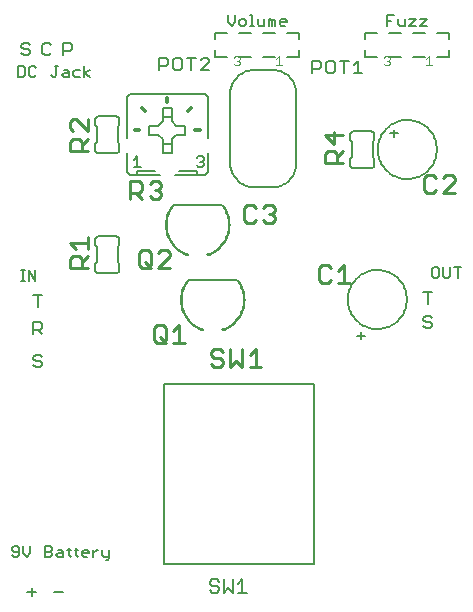
<source format=gto>
G75*
G70*
%OFA0B0*%
%FSLAX24Y24*%
%IPPOS*%
%LPD*%
%AMOC8*
5,1,8,0,0,1.08239X$1,22.5*
%
%ADD10C,0.0110*%
%ADD11C,0.0080*%
%ADD12C,0.0060*%
%ADD13C,0.0010*%
%ADD14C,0.0050*%
%ADD15C,0.0030*%
%ADD16C,0.0120*%
D10*
X007454Y008057D02*
X007356Y008155D01*
X007454Y008057D02*
X007651Y008057D01*
X007749Y008155D01*
X007749Y008253D01*
X007651Y008352D01*
X007454Y008352D01*
X007356Y008450D01*
X007356Y008549D01*
X007454Y008647D01*
X007651Y008647D01*
X007749Y008549D01*
X008000Y008647D02*
X008000Y008057D01*
X008197Y008253D01*
X008394Y008057D01*
X008394Y008647D01*
X008645Y008450D02*
X008842Y008647D01*
X008842Y008057D01*
X008645Y008057D02*
X009039Y008057D01*
X006494Y008857D02*
X006100Y008857D01*
X006297Y008857D02*
X006297Y009447D01*
X006100Y009250D01*
X005849Y009349D02*
X005849Y008955D01*
X005751Y008857D01*
X005554Y008857D01*
X005456Y008955D01*
X005456Y009349D01*
X005554Y009447D01*
X005751Y009447D01*
X005849Y009349D01*
X005653Y009053D02*
X005849Y008857D01*
X005994Y011357D02*
X005600Y011357D01*
X005994Y011750D01*
X005994Y011849D01*
X005896Y011947D01*
X005699Y011947D01*
X005600Y011849D01*
X005349Y011849D02*
X005349Y011455D01*
X005251Y011357D01*
X005054Y011357D01*
X004956Y011455D01*
X004956Y011849D01*
X005054Y011947D01*
X005251Y011947D01*
X005349Y011849D01*
X005153Y011553D02*
X005349Y011357D01*
X003246Y011357D02*
X002655Y011357D01*
X002655Y011652D01*
X002754Y011750D01*
X002951Y011750D01*
X003049Y011652D01*
X003049Y011357D01*
X003049Y011553D02*
X003246Y011750D01*
X003246Y012001D02*
X003246Y012395D01*
X003246Y012198D02*
X002655Y012198D01*
X002852Y012001D01*
X004667Y013657D02*
X004667Y014247D01*
X004962Y014247D01*
X005060Y014149D01*
X005060Y013952D01*
X004962Y013853D01*
X004667Y013853D01*
X004864Y013853D02*
X005060Y013657D01*
X005311Y013755D02*
X005410Y013657D01*
X005606Y013657D01*
X005705Y013755D01*
X005705Y013853D01*
X005606Y013952D01*
X005508Y013952D01*
X005606Y013952D02*
X005705Y014050D01*
X005705Y014149D01*
X005606Y014247D01*
X005410Y014247D01*
X005311Y014149D01*
X003246Y015267D02*
X002655Y015267D01*
X002655Y015563D01*
X002754Y015661D01*
X002951Y015661D01*
X003049Y015563D01*
X003049Y015267D01*
X003049Y015464D02*
X003246Y015661D01*
X003246Y015912D02*
X002852Y016306D01*
X002754Y016306D01*
X002655Y016207D01*
X002655Y016010D01*
X002754Y015912D01*
X003246Y015912D02*
X003246Y016306D01*
X008456Y013349D02*
X008456Y012955D01*
X008554Y012857D01*
X008751Y012857D01*
X008849Y012955D01*
X009100Y012955D02*
X009199Y012857D01*
X009396Y012857D01*
X009494Y012955D01*
X009494Y013053D01*
X009396Y013152D01*
X009297Y013152D01*
X009396Y013152D02*
X009494Y013250D01*
X009494Y013349D01*
X009396Y013447D01*
X009199Y013447D01*
X009100Y013349D01*
X008849Y013349D02*
X008751Y013447D01*
X008554Y013447D01*
X008456Y013349D01*
X010956Y011349D02*
X010956Y010955D01*
X011054Y010857D01*
X011251Y010857D01*
X011349Y010955D01*
X011600Y010857D02*
X011994Y010857D01*
X011797Y010857D02*
X011797Y011447D01*
X011600Y011250D01*
X011349Y011349D02*
X011251Y011447D01*
X011054Y011447D01*
X010956Y011349D01*
X014456Y013955D02*
X014554Y013857D01*
X014751Y013857D01*
X014849Y013955D01*
X015100Y013857D02*
X015494Y014250D01*
X015494Y014349D01*
X015396Y014447D01*
X015199Y014447D01*
X015100Y014349D01*
X014849Y014349D02*
X014751Y014447D01*
X014554Y014447D01*
X014456Y014349D01*
X014456Y013955D01*
X015100Y013857D02*
X015494Y013857D01*
X011746Y014857D02*
X011155Y014857D01*
X011155Y015152D01*
X011254Y015250D01*
X011451Y015250D01*
X011549Y015152D01*
X011549Y014857D01*
X011549Y015053D02*
X011746Y015250D01*
X011451Y015501D02*
X011451Y015895D01*
X011746Y015796D02*
X011155Y015796D01*
X011451Y015501D01*
D11*
X001521Y000552D02*
X001241Y000552D01*
X001381Y000692D02*
X001381Y000412D01*
X002141Y000552D02*
X002421Y000552D01*
X001651Y008042D02*
X001511Y008042D01*
X001441Y008112D01*
X001511Y008252D02*
X001651Y008252D01*
X001721Y008182D01*
X001721Y008112D01*
X001651Y008042D01*
X001511Y008252D02*
X001441Y008322D01*
X001441Y008392D01*
X001511Y008462D01*
X001651Y008462D01*
X001721Y008392D01*
X001721Y009142D02*
X001581Y009282D01*
X001651Y009282D02*
X001441Y009282D01*
X001441Y009142D02*
X001441Y009562D01*
X001651Y009562D01*
X001721Y009492D01*
X001721Y009352D01*
X001651Y009282D01*
X001581Y010042D02*
X001581Y010462D01*
X001441Y010462D02*
X001721Y010462D01*
X005641Y017942D02*
X005641Y018362D01*
X005851Y018362D01*
X005921Y018292D01*
X005921Y018152D01*
X005851Y018082D01*
X005641Y018082D01*
X006101Y018012D02*
X006171Y017942D01*
X006311Y017942D01*
X006381Y018012D01*
X006381Y018292D01*
X006311Y018362D01*
X006171Y018362D01*
X006101Y018292D01*
X006101Y018012D01*
X006561Y018362D02*
X006842Y018362D01*
X006702Y018362D02*
X006702Y017942D01*
X007022Y017942D02*
X007302Y018222D01*
X007302Y018292D01*
X007232Y018362D01*
X007092Y018362D01*
X007022Y018292D01*
X007022Y017942D02*
X007302Y017942D01*
X010741Y017982D02*
X010951Y017982D01*
X011021Y018052D01*
X011021Y018192D01*
X010951Y018262D01*
X010741Y018262D01*
X010741Y017842D01*
X011201Y017912D02*
X011271Y017842D01*
X011411Y017842D01*
X011481Y017912D01*
X011481Y018192D01*
X011411Y018262D01*
X011271Y018262D01*
X011201Y018192D01*
X011201Y017912D01*
X011661Y018262D02*
X011942Y018262D01*
X011802Y018262D02*
X011802Y017842D01*
X012122Y017842D02*
X012402Y017842D01*
X012262Y017842D02*
X012262Y018262D01*
X012122Y018122D01*
X014441Y010562D02*
X014721Y010562D01*
X014581Y010562D02*
X014581Y010142D01*
X014651Y009762D02*
X014511Y009762D01*
X014441Y009692D01*
X014441Y009622D01*
X014511Y009552D01*
X014651Y009552D01*
X014721Y009482D01*
X014721Y009412D01*
X014651Y009342D01*
X014511Y009342D01*
X014441Y009412D01*
X014721Y009692D02*
X014651Y009762D01*
X002721Y018652D02*
X002651Y018582D01*
X002441Y018582D01*
X002441Y018442D02*
X002441Y018862D01*
X002651Y018862D01*
X002721Y018792D01*
X002721Y018652D01*
X002021Y018792D02*
X001951Y018862D01*
X001811Y018862D01*
X001741Y018792D01*
X001741Y018512D01*
X001811Y018442D01*
X001951Y018442D01*
X002021Y018512D01*
X001321Y018512D02*
X001251Y018442D01*
X001111Y018442D01*
X001041Y018512D01*
X001111Y018652D02*
X001041Y018722D01*
X001041Y018792D01*
X001111Y018862D01*
X001251Y018862D01*
X001321Y018792D01*
X001251Y018652D02*
X001321Y018582D01*
X001321Y018512D01*
X001251Y018652D02*
X001111Y018652D01*
D12*
X001101Y018072D02*
X000931Y018072D01*
X000931Y017732D01*
X001101Y017732D01*
X001158Y017788D01*
X001158Y018015D01*
X001101Y018072D01*
X001299Y018015D02*
X001299Y017788D01*
X001356Y017732D01*
X001469Y017732D01*
X001526Y017788D01*
X001526Y018015D02*
X001469Y018072D01*
X001356Y018072D01*
X001299Y018015D01*
X002036Y017788D02*
X002092Y017732D01*
X002149Y017732D01*
X002206Y017788D01*
X002206Y018072D01*
X002149Y018072D02*
X002263Y018072D01*
X002461Y017958D02*
X002574Y017958D01*
X002631Y017902D01*
X002631Y017732D01*
X002461Y017732D01*
X002404Y017788D01*
X002461Y017845D01*
X002631Y017845D01*
X002772Y017902D02*
X002772Y017788D01*
X002829Y017732D01*
X002999Y017732D01*
X003141Y017732D02*
X003141Y018072D01*
X002999Y017958D02*
X002829Y017958D01*
X002772Y017902D01*
X003141Y017845D02*
X003311Y017958D01*
X003141Y017845D02*
X003311Y017732D01*
X004551Y017052D02*
X004551Y015702D01*
X004301Y015495D02*
X004251Y015545D01*
X004251Y016058D01*
X004301Y016108D01*
X004301Y016308D01*
X004299Y016325D01*
X004295Y016342D01*
X004288Y016358D01*
X004278Y016372D01*
X004265Y016385D01*
X004251Y016395D01*
X004235Y016402D01*
X004218Y016406D01*
X004201Y016408D01*
X003601Y016408D01*
X003584Y016406D01*
X003567Y016402D01*
X003551Y016395D01*
X003537Y016385D01*
X003524Y016372D01*
X003514Y016358D01*
X003507Y016342D01*
X003503Y016325D01*
X003501Y016308D01*
X003501Y016108D01*
X003551Y016058D01*
X003551Y015545D01*
X003501Y015495D01*
X003501Y015295D01*
X003503Y015278D01*
X003507Y015261D01*
X003514Y015245D01*
X003524Y015231D01*
X003537Y015218D01*
X003551Y015208D01*
X003567Y015201D01*
X003584Y015197D01*
X003601Y015195D01*
X004201Y015195D01*
X004218Y015197D01*
X004235Y015201D01*
X004251Y015208D01*
X004265Y015218D01*
X004278Y015231D01*
X004288Y015245D01*
X004295Y015261D01*
X004299Y015278D01*
X004301Y015295D01*
X004301Y015495D01*
X004551Y015202D02*
X004551Y014552D01*
X004651Y014452D01*
X004901Y014452D01*
X005651Y014452D01*
X005501Y014602D02*
X004901Y014602D01*
X004901Y014452D01*
X005751Y015202D02*
X005751Y015502D01*
X006051Y015502D01*
X006051Y015652D01*
X006201Y015802D01*
X006501Y015802D01*
X006501Y016102D01*
X006201Y016102D01*
X006051Y016252D01*
X006051Y016402D01*
X006051Y016702D01*
X005751Y016702D01*
X005751Y016402D01*
X005751Y016252D01*
X005601Y016102D01*
X005301Y016102D01*
X005301Y015802D01*
X005601Y015802D01*
X005751Y015652D01*
X005751Y015502D01*
X006051Y015502D02*
X006051Y015202D01*
X005751Y015202D01*
X006301Y014602D02*
X006901Y014602D01*
X006901Y014452D01*
X007151Y014452D01*
X007251Y014552D01*
X007251Y015202D01*
X007251Y015702D02*
X007251Y017052D01*
X007151Y017152D01*
X004651Y017152D01*
X004551Y017052D01*
X005751Y016402D02*
X006051Y016402D01*
X007998Y017163D02*
X007998Y014840D01*
X007999Y014840D02*
X008001Y014786D01*
X008006Y014733D01*
X008015Y014680D01*
X008028Y014628D01*
X008044Y014576D01*
X008064Y014526D01*
X008087Y014478D01*
X008114Y014431D01*
X008143Y014386D01*
X008176Y014343D01*
X008211Y014303D01*
X008249Y014265D01*
X008289Y014230D01*
X008332Y014197D01*
X008377Y014168D01*
X008424Y014141D01*
X008472Y014118D01*
X008522Y014098D01*
X008574Y014082D01*
X008626Y014069D01*
X008679Y014060D01*
X008732Y014055D01*
X008786Y014053D01*
X009416Y014053D01*
X009470Y014055D01*
X009523Y014060D01*
X009576Y014069D01*
X009628Y014082D01*
X009680Y014098D01*
X009730Y014118D01*
X009778Y014141D01*
X009825Y014168D01*
X009870Y014197D01*
X009913Y014230D01*
X009953Y014265D01*
X009991Y014303D01*
X010026Y014343D01*
X010059Y014386D01*
X010088Y014431D01*
X010115Y014478D01*
X010138Y014526D01*
X010158Y014576D01*
X010174Y014628D01*
X010187Y014680D01*
X010196Y014733D01*
X010201Y014786D01*
X010203Y014840D01*
X010203Y017163D01*
X010201Y017217D01*
X010196Y017270D01*
X010187Y017323D01*
X010174Y017375D01*
X010158Y017427D01*
X010138Y017477D01*
X010115Y017525D01*
X010088Y017572D01*
X010059Y017617D01*
X010026Y017660D01*
X009991Y017700D01*
X009953Y017738D01*
X009913Y017773D01*
X009870Y017806D01*
X009825Y017835D01*
X009778Y017862D01*
X009730Y017885D01*
X009680Y017905D01*
X009628Y017921D01*
X009576Y017934D01*
X009523Y017943D01*
X009470Y017948D01*
X009416Y017950D01*
X008786Y017950D01*
X008732Y017948D01*
X008679Y017943D01*
X008626Y017934D01*
X008574Y017921D01*
X008522Y017905D01*
X008472Y017885D01*
X008424Y017862D01*
X008377Y017835D01*
X008332Y017806D01*
X008289Y017773D01*
X008249Y017738D01*
X008211Y017700D01*
X008176Y017660D01*
X008143Y017617D01*
X008114Y017572D01*
X008087Y017525D01*
X008064Y017477D01*
X008044Y017427D01*
X008028Y017375D01*
X008015Y017323D01*
X008006Y017270D01*
X008001Y017217D01*
X007999Y017163D01*
X008044Y019432D02*
X008158Y019545D01*
X008158Y019772D01*
X008299Y019602D02*
X008299Y019488D01*
X008356Y019432D01*
X008469Y019432D01*
X008526Y019488D01*
X008526Y019602D01*
X008469Y019658D01*
X008356Y019658D01*
X008299Y019602D01*
X008044Y019432D02*
X007931Y019545D01*
X007931Y019772D01*
X008667Y019772D02*
X008724Y019772D01*
X008724Y019432D01*
X008667Y019432D02*
X008781Y019432D01*
X008913Y019488D02*
X008913Y019658D01*
X008913Y019488D02*
X008970Y019432D01*
X009140Y019432D01*
X009140Y019658D01*
X009281Y019658D02*
X009281Y019432D01*
X009395Y019432D02*
X009395Y019602D01*
X009451Y019658D01*
X009508Y019602D01*
X009508Y019432D01*
X009650Y019488D02*
X009650Y019602D01*
X009706Y019658D01*
X009820Y019658D01*
X009876Y019602D01*
X009876Y019545D01*
X009650Y019545D01*
X009650Y019488D02*
X009706Y019432D01*
X009820Y019432D01*
X009395Y019602D02*
X009338Y019658D01*
X009281Y019658D01*
X013231Y019602D02*
X013344Y019602D01*
X013231Y019432D02*
X013231Y019772D01*
X013458Y019772D01*
X013599Y019658D02*
X013599Y019488D01*
X013656Y019432D01*
X013826Y019432D01*
X013826Y019658D01*
X013967Y019658D02*
X014194Y019658D01*
X013967Y019432D01*
X014194Y019432D01*
X014336Y019432D02*
X014563Y019432D01*
X014563Y019658D02*
X014336Y019658D01*
X014336Y019432D02*
X014563Y019658D01*
X013451Y015962D02*
X013451Y015712D01*
X013581Y015842D02*
X013321Y015842D01*
X012801Y015808D02*
X012801Y015608D01*
X012751Y015558D01*
X012751Y015045D01*
X012801Y014995D01*
X012801Y014795D01*
X012799Y014778D01*
X012795Y014761D01*
X012788Y014745D01*
X012778Y014731D01*
X012765Y014718D01*
X012751Y014708D01*
X012735Y014701D01*
X012718Y014697D01*
X012701Y014695D01*
X012101Y014695D01*
X012084Y014697D01*
X012067Y014701D01*
X012051Y014708D01*
X012037Y014718D01*
X012024Y014731D01*
X012014Y014745D01*
X012007Y014761D01*
X012003Y014778D01*
X012001Y014795D01*
X012001Y014995D01*
X012051Y015045D01*
X012051Y015558D01*
X012001Y015608D01*
X012001Y015808D01*
X012003Y015825D01*
X012007Y015842D01*
X012014Y015858D01*
X012024Y015872D01*
X012037Y015885D01*
X012051Y015895D01*
X012067Y015902D01*
X012084Y015906D01*
X012101Y015908D01*
X012701Y015908D01*
X012718Y015906D01*
X012735Y015902D01*
X012751Y015895D01*
X012765Y015885D01*
X012778Y015872D01*
X012788Y015858D01*
X012795Y015842D01*
X012799Y015825D01*
X012801Y015808D01*
X012917Y015302D02*
X012919Y015364D01*
X012925Y015427D01*
X012935Y015488D01*
X012949Y015549D01*
X012966Y015609D01*
X012987Y015668D01*
X013013Y015725D01*
X013041Y015780D01*
X013073Y015834D01*
X013109Y015885D01*
X013147Y015935D01*
X013189Y015981D01*
X013233Y016025D01*
X013281Y016066D01*
X013330Y016104D01*
X013382Y016138D01*
X013436Y016169D01*
X013492Y016197D01*
X013550Y016221D01*
X013609Y016242D01*
X013669Y016258D01*
X013730Y016271D01*
X013792Y016280D01*
X013854Y016285D01*
X013917Y016286D01*
X013979Y016283D01*
X014041Y016276D01*
X014103Y016265D01*
X014163Y016250D01*
X014223Y016232D01*
X014281Y016210D01*
X014338Y016184D01*
X014393Y016154D01*
X014446Y016121D01*
X014497Y016085D01*
X014545Y016046D01*
X014591Y016003D01*
X014634Y015958D01*
X014674Y015910D01*
X014711Y015860D01*
X014745Y015807D01*
X014776Y015753D01*
X014802Y015697D01*
X014826Y015639D01*
X014845Y015579D01*
X014861Y015519D01*
X014873Y015457D01*
X014881Y015396D01*
X014885Y015333D01*
X014885Y015271D01*
X014881Y015208D01*
X014873Y015147D01*
X014861Y015085D01*
X014845Y015025D01*
X014826Y014965D01*
X014802Y014907D01*
X014776Y014851D01*
X014745Y014797D01*
X014711Y014744D01*
X014674Y014694D01*
X014634Y014646D01*
X014591Y014601D01*
X014545Y014558D01*
X014497Y014519D01*
X014446Y014483D01*
X014393Y014450D01*
X014338Y014420D01*
X014281Y014394D01*
X014223Y014372D01*
X014163Y014354D01*
X014103Y014339D01*
X014041Y014328D01*
X013979Y014321D01*
X013917Y014318D01*
X013854Y014319D01*
X013792Y014324D01*
X013730Y014333D01*
X013669Y014346D01*
X013609Y014362D01*
X013550Y014383D01*
X013492Y014407D01*
X013436Y014435D01*
X013382Y014466D01*
X013330Y014500D01*
X013281Y014538D01*
X013233Y014579D01*
X013189Y014623D01*
X013147Y014669D01*
X013109Y014719D01*
X013073Y014770D01*
X013041Y014824D01*
X013013Y014879D01*
X012987Y014936D01*
X012966Y014995D01*
X012949Y015055D01*
X012935Y015116D01*
X012925Y015177D01*
X012919Y015240D01*
X012917Y015302D01*
X014787Y011372D02*
X014731Y011315D01*
X014731Y011088D01*
X014787Y011032D01*
X014901Y011032D01*
X014958Y011088D01*
X014958Y011315D01*
X014901Y011372D01*
X014787Y011372D01*
X015099Y011372D02*
X015099Y011088D01*
X015156Y011032D01*
X015269Y011032D01*
X015326Y011088D01*
X015326Y011372D01*
X015467Y011372D02*
X015694Y011372D01*
X015581Y011372D02*
X015581Y011032D01*
X011917Y010302D02*
X011919Y010364D01*
X011925Y010427D01*
X011935Y010488D01*
X011949Y010549D01*
X011966Y010609D01*
X011987Y010668D01*
X012013Y010725D01*
X012041Y010780D01*
X012073Y010834D01*
X012109Y010885D01*
X012147Y010935D01*
X012189Y010981D01*
X012233Y011025D01*
X012281Y011066D01*
X012330Y011104D01*
X012382Y011138D01*
X012436Y011169D01*
X012492Y011197D01*
X012550Y011221D01*
X012609Y011242D01*
X012669Y011258D01*
X012730Y011271D01*
X012792Y011280D01*
X012854Y011285D01*
X012917Y011286D01*
X012979Y011283D01*
X013041Y011276D01*
X013103Y011265D01*
X013163Y011250D01*
X013223Y011232D01*
X013281Y011210D01*
X013338Y011184D01*
X013393Y011154D01*
X013446Y011121D01*
X013497Y011085D01*
X013545Y011046D01*
X013591Y011003D01*
X013634Y010958D01*
X013674Y010910D01*
X013711Y010860D01*
X013745Y010807D01*
X013776Y010753D01*
X013802Y010697D01*
X013826Y010639D01*
X013845Y010579D01*
X013861Y010519D01*
X013873Y010457D01*
X013881Y010396D01*
X013885Y010333D01*
X013885Y010271D01*
X013881Y010208D01*
X013873Y010147D01*
X013861Y010085D01*
X013845Y010025D01*
X013826Y009965D01*
X013802Y009907D01*
X013776Y009851D01*
X013745Y009797D01*
X013711Y009744D01*
X013674Y009694D01*
X013634Y009646D01*
X013591Y009601D01*
X013545Y009558D01*
X013497Y009519D01*
X013446Y009483D01*
X013393Y009450D01*
X013338Y009420D01*
X013281Y009394D01*
X013223Y009372D01*
X013163Y009354D01*
X013103Y009339D01*
X013041Y009328D01*
X012979Y009321D01*
X012917Y009318D01*
X012854Y009319D01*
X012792Y009324D01*
X012730Y009333D01*
X012669Y009346D01*
X012609Y009362D01*
X012550Y009383D01*
X012492Y009407D01*
X012436Y009435D01*
X012382Y009466D01*
X012330Y009500D01*
X012281Y009538D01*
X012233Y009579D01*
X012189Y009623D01*
X012147Y009669D01*
X012109Y009719D01*
X012073Y009770D01*
X012041Y009824D01*
X012013Y009879D01*
X011987Y009936D01*
X011966Y009995D01*
X011949Y010055D01*
X011935Y010116D01*
X011925Y010177D01*
X011919Y010240D01*
X011917Y010302D01*
X012361Y009232D02*
X012361Y008972D01*
X012241Y009102D02*
X012491Y009102D01*
X010801Y007502D02*
X010801Y001502D01*
X005801Y001502D01*
X005801Y007502D01*
X010801Y007502D01*
X008226Y010952D02*
X006576Y010952D01*
X004301Y011295D02*
X004301Y011495D01*
X004251Y011545D01*
X004251Y012058D01*
X004301Y012108D01*
X004301Y012308D01*
X004299Y012325D01*
X004295Y012342D01*
X004288Y012358D01*
X004278Y012372D01*
X004265Y012385D01*
X004251Y012395D01*
X004235Y012402D01*
X004218Y012406D01*
X004201Y012408D01*
X003601Y012408D01*
X003584Y012406D01*
X003567Y012402D01*
X003551Y012395D01*
X003537Y012385D01*
X003524Y012372D01*
X003514Y012358D01*
X003507Y012342D01*
X003503Y012325D01*
X003501Y012308D01*
X003501Y012108D01*
X003551Y012058D01*
X003551Y011545D01*
X003501Y011495D01*
X003501Y011295D01*
X003503Y011278D01*
X003507Y011261D01*
X003514Y011245D01*
X003524Y011231D01*
X003537Y011218D01*
X003551Y011208D01*
X003567Y011201D01*
X003584Y011197D01*
X003601Y011195D01*
X004201Y011195D01*
X004218Y011197D01*
X004235Y011201D01*
X004251Y011208D01*
X004265Y011218D01*
X004278Y011231D01*
X004288Y011245D01*
X004295Y011261D01*
X004299Y011278D01*
X004301Y011295D01*
X006076Y013452D02*
X007726Y013452D01*
X006901Y014452D02*
X006151Y014452D01*
X001503Y011272D02*
X001503Y010932D01*
X001276Y011272D01*
X001276Y010932D01*
X001144Y010932D02*
X001031Y010932D01*
X001087Y010932D02*
X001087Y011272D01*
X001031Y011272D02*
X001144Y011272D01*
X001099Y002072D02*
X001099Y001845D01*
X001213Y001732D01*
X001326Y001845D01*
X001326Y002072D01*
X000958Y002015D02*
X000958Y001788D01*
X000901Y001732D01*
X000787Y001732D01*
X000731Y001788D01*
X000787Y001902D02*
X000958Y001902D01*
X000958Y002015D02*
X000901Y002072D01*
X000787Y002072D01*
X000731Y002015D01*
X000731Y001958D01*
X000787Y001902D01*
X001836Y001902D02*
X002006Y001902D01*
X002063Y001845D01*
X002063Y001788D01*
X002006Y001732D01*
X001836Y001732D01*
X001836Y002072D01*
X002006Y002072D01*
X002063Y002015D01*
X002063Y001958D01*
X002006Y001902D01*
X002204Y001788D02*
X002261Y001845D01*
X002431Y001845D01*
X002431Y001902D02*
X002431Y001732D01*
X002261Y001732D01*
X002204Y001788D01*
X002261Y001958D02*
X002374Y001958D01*
X002431Y001902D01*
X002572Y001958D02*
X002686Y001958D01*
X002629Y002015D02*
X002629Y001788D01*
X002686Y001732D01*
X002875Y001788D02*
X002931Y001732D01*
X002875Y001788D02*
X002875Y002015D01*
X002931Y001958D02*
X002818Y001958D01*
X003063Y001902D02*
X003063Y001788D01*
X003120Y001732D01*
X003233Y001732D01*
X003290Y001845D02*
X003063Y001845D01*
X003063Y001902D02*
X003120Y001958D01*
X003233Y001958D01*
X003290Y001902D01*
X003290Y001845D01*
X003432Y001845D02*
X003545Y001958D01*
X003602Y001958D01*
X003739Y001958D02*
X003739Y001788D01*
X003795Y001732D01*
X003965Y001732D01*
X003965Y001675D02*
X003909Y001618D01*
X003852Y001618D01*
X003965Y001675D02*
X003965Y001958D01*
X003432Y001958D02*
X003432Y001732D01*
X007331Y000899D02*
X007331Y000825D01*
X007404Y000752D01*
X007551Y000752D01*
X007624Y000678D01*
X007624Y000605D01*
X007551Y000532D01*
X007404Y000532D01*
X007331Y000605D01*
X007331Y000899D02*
X007404Y000972D01*
X007551Y000972D01*
X007624Y000899D01*
X007791Y000972D02*
X007791Y000532D01*
X007938Y000678D01*
X008085Y000532D01*
X008085Y000972D01*
X008251Y000825D02*
X008398Y000972D01*
X008398Y000532D01*
X008251Y000532D02*
X008545Y000532D01*
D13*
X006554Y010963D02*
X006593Y010932D01*
X006593Y010933D02*
X006556Y010883D01*
X006523Y010831D01*
X006493Y010777D01*
X006466Y010721D01*
X006442Y010664D01*
X006422Y010606D01*
X006406Y010546D01*
X006393Y010486D01*
X006383Y010425D01*
X006378Y010363D01*
X006376Y010301D01*
X006378Y010240D01*
X006384Y010178D01*
X006393Y010117D01*
X006406Y010057D01*
X006422Y009997D01*
X006443Y009939D01*
X006466Y009882D01*
X006493Y009826D01*
X006524Y009772D01*
X006557Y009720D01*
X006594Y009671D01*
X006633Y009623D01*
X006675Y009578D01*
X006720Y009536D01*
X006768Y009496D01*
X006818Y009459D01*
X006869Y009426D01*
X006923Y009395D01*
X006979Y009368D01*
X007036Y009344D01*
X007094Y009324D01*
X007080Y009277D01*
X007079Y009276D01*
X007018Y009298D01*
X006958Y009322D01*
X006900Y009351D01*
X006844Y009383D01*
X006789Y009418D01*
X006737Y009457D01*
X006687Y009498D01*
X006640Y009543D01*
X006596Y009590D01*
X006554Y009640D01*
X006516Y009692D01*
X006481Y009746D01*
X006449Y009803D01*
X006421Y009861D01*
X006396Y009921D01*
X006375Y009982D01*
X006357Y010045D01*
X006344Y010108D01*
X006334Y010172D01*
X006328Y010237D01*
X006326Y010301D01*
X006328Y010366D01*
X006334Y010431D01*
X006343Y010495D01*
X006357Y010558D01*
X006374Y010621D01*
X006395Y010682D01*
X006420Y010742D01*
X006448Y010800D01*
X006480Y010857D01*
X006515Y010911D01*
X006554Y010964D01*
X006561Y010958D01*
X006523Y010906D01*
X006488Y010852D01*
X006456Y010796D01*
X006428Y010738D01*
X006404Y010679D01*
X006383Y010618D01*
X006366Y010556D01*
X006352Y010493D01*
X006343Y010430D01*
X006337Y010366D01*
X006335Y010301D01*
X006337Y010237D01*
X006343Y010173D01*
X006352Y010110D01*
X006366Y010047D01*
X006383Y009985D01*
X006404Y009924D01*
X006429Y009865D01*
X006457Y009807D01*
X006488Y009751D01*
X006523Y009697D01*
X006561Y009645D01*
X006602Y009596D01*
X006646Y009549D01*
X006693Y009505D01*
X006743Y009464D01*
X006794Y009426D01*
X006848Y009391D01*
X006904Y009359D01*
X006962Y009331D01*
X007021Y009306D01*
X007082Y009285D01*
X007085Y009293D01*
X007024Y009314D01*
X006966Y009339D01*
X006908Y009367D01*
X006853Y009398D01*
X006799Y009433D01*
X006748Y009471D01*
X006699Y009512D01*
X006653Y009555D01*
X006609Y009602D01*
X006568Y009651D01*
X006531Y009702D01*
X006496Y009756D01*
X006465Y009811D01*
X006437Y009868D01*
X006413Y009927D01*
X006392Y009988D01*
X006375Y010049D01*
X006361Y010111D01*
X006352Y010174D01*
X006346Y010238D01*
X006344Y010301D01*
X006346Y010365D01*
X006352Y010429D01*
X006361Y010492D01*
X006374Y010554D01*
X006392Y010615D01*
X006412Y010676D01*
X006437Y010735D01*
X006464Y010792D01*
X006496Y010847D01*
X006530Y010901D01*
X006568Y010952D01*
X006575Y010947D01*
X006538Y010896D01*
X006503Y010843D01*
X006472Y010788D01*
X006445Y010731D01*
X006421Y010672D01*
X006400Y010613D01*
X006383Y010552D01*
X006370Y010490D01*
X006361Y010428D01*
X006355Y010365D01*
X006353Y010301D01*
X006355Y010238D01*
X006361Y010175D01*
X006370Y010113D01*
X006383Y010051D01*
X006400Y009990D01*
X006421Y009931D01*
X006445Y009872D01*
X006473Y009815D01*
X006504Y009760D01*
X006538Y009707D01*
X006576Y009656D01*
X006616Y009608D01*
X006659Y009562D01*
X006705Y009518D01*
X006754Y009478D01*
X006804Y009440D01*
X006857Y009406D01*
X006912Y009375D01*
X006969Y009347D01*
X007028Y009323D01*
X007087Y009302D01*
X007090Y009311D01*
X007031Y009331D01*
X006973Y009355D01*
X006917Y009383D01*
X006862Y009414D01*
X006810Y009448D01*
X006759Y009485D01*
X006711Y009525D01*
X006666Y009568D01*
X006623Y009614D01*
X006583Y009662D01*
X006546Y009712D01*
X006512Y009765D01*
X006481Y009820D01*
X006453Y009876D01*
X006429Y009934D01*
X006409Y009993D01*
X006392Y010053D01*
X006379Y010115D01*
X006370Y010176D01*
X006364Y010239D01*
X006362Y010301D01*
X006364Y010364D01*
X006369Y010426D01*
X006379Y010488D01*
X006392Y010550D01*
X006409Y010610D01*
X006429Y010669D01*
X006453Y010727D01*
X006480Y010783D01*
X006511Y010838D01*
X006545Y010891D01*
X006582Y010941D01*
X006589Y010936D01*
X006552Y010886D01*
X006519Y010833D01*
X006488Y010779D01*
X006461Y010723D01*
X006437Y010666D01*
X006417Y010607D01*
X006401Y010547D01*
X006388Y010487D01*
X006378Y010425D01*
X006373Y010364D01*
X006371Y010301D01*
X006373Y010239D01*
X006379Y010178D01*
X006388Y010116D01*
X006401Y010055D01*
X006418Y009996D01*
X006438Y009937D01*
X006462Y009880D01*
X006489Y009824D01*
X006519Y009770D01*
X006553Y009717D01*
X006590Y009667D01*
X006629Y009620D01*
X006672Y009574D01*
X006717Y009532D01*
X006765Y009492D01*
X006815Y009455D01*
X006867Y009421D01*
X006921Y009391D01*
X006977Y009364D01*
X007034Y009340D01*
X007093Y009319D01*
X007722Y009277D02*
X007707Y009325D01*
X007708Y009324D02*
X007766Y009344D01*
X007823Y009368D01*
X007879Y009395D01*
X007933Y009426D01*
X007984Y009459D01*
X008034Y009496D01*
X008082Y009536D01*
X008127Y009578D01*
X008169Y009623D01*
X008208Y009671D01*
X008245Y009720D01*
X008278Y009772D01*
X008309Y009826D01*
X008336Y009882D01*
X008359Y009939D01*
X008380Y009997D01*
X008396Y010057D01*
X008409Y010117D01*
X008418Y010178D01*
X008424Y010240D01*
X008426Y010301D01*
X008424Y010363D01*
X008419Y010425D01*
X008409Y010486D01*
X008396Y010546D01*
X008380Y010606D01*
X008360Y010664D01*
X008336Y010721D01*
X008309Y010777D01*
X008279Y010831D01*
X008246Y010883D01*
X008209Y010933D01*
X008248Y010963D01*
X008248Y010964D01*
X008287Y010911D01*
X008322Y010857D01*
X008354Y010800D01*
X008382Y010742D01*
X008407Y010682D01*
X008428Y010621D01*
X008445Y010558D01*
X008459Y010495D01*
X008468Y010431D01*
X008474Y010366D01*
X008476Y010301D01*
X008474Y010237D01*
X008468Y010172D01*
X008458Y010108D01*
X008445Y010045D01*
X008427Y009982D01*
X008406Y009921D01*
X008381Y009861D01*
X008353Y009803D01*
X008321Y009746D01*
X008286Y009692D01*
X008248Y009640D01*
X008206Y009590D01*
X008162Y009543D01*
X008115Y009498D01*
X008065Y009457D01*
X008013Y009418D01*
X007958Y009383D01*
X007902Y009351D01*
X007844Y009322D01*
X007784Y009298D01*
X007723Y009276D01*
X007720Y009285D01*
X007781Y009306D01*
X007840Y009331D01*
X007898Y009359D01*
X007954Y009391D01*
X008008Y009425D01*
X008059Y009464D01*
X008109Y009505D01*
X008156Y009549D01*
X008200Y009596D01*
X008241Y009645D01*
X008279Y009697D01*
X008314Y009751D01*
X008345Y009807D01*
X008373Y009865D01*
X008398Y009924D01*
X008419Y009985D01*
X008436Y010047D01*
X008450Y010110D01*
X008459Y010173D01*
X008465Y010237D01*
X008467Y010301D01*
X008465Y010366D01*
X008459Y010430D01*
X008450Y010493D01*
X008436Y010556D01*
X008419Y010618D01*
X008398Y010679D01*
X008374Y010738D01*
X008346Y010796D01*
X008314Y010852D01*
X008279Y010906D01*
X008241Y010958D01*
X008234Y010952D01*
X008272Y010901D01*
X008306Y010847D01*
X008338Y010792D01*
X008365Y010735D01*
X008390Y010676D01*
X008410Y010615D01*
X008428Y010554D01*
X008441Y010492D01*
X008450Y010429D01*
X008456Y010365D01*
X008458Y010301D01*
X008456Y010238D01*
X008450Y010174D01*
X008441Y010111D01*
X008427Y010049D01*
X008410Y009988D01*
X008389Y009927D01*
X008365Y009868D01*
X008337Y009811D01*
X008306Y009756D01*
X008271Y009702D01*
X008234Y009651D01*
X008193Y009602D01*
X008149Y009555D01*
X008103Y009512D01*
X008054Y009471D01*
X008003Y009433D01*
X007949Y009398D01*
X007894Y009367D01*
X007836Y009339D01*
X007778Y009314D01*
X007717Y009293D01*
X007715Y009302D01*
X007774Y009323D01*
X007833Y009347D01*
X007890Y009375D01*
X007945Y009406D01*
X007998Y009440D01*
X008048Y009478D01*
X008097Y009518D01*
X008143Y009562D01*
X008186Y009608D01*
X008226Y009656D01*
X008264Y009707D01*
X008298Y009760D01*
X008329Y009815D01*
X008357Y009872D01*
X008381Y009931D01*
X008402Y009990D01*
X008419Y010051D01*
X008432Y010113D01*
X008441Y010175D01*
X008447Y010238D01*
X008449Y010301D01*
X008447Y010365D01*
X008441Y010428D01*
X008432Y010490D01*
X008419Y010552D01*
X008402Y010613D01*
X008381Y010672D01*
X008357Y010731D01*
X008330Y010788D01*
X008299Y010843D01*
X008265Y010896D01*
X008227Y010947D01*
X008220Y010941D01*
X008257Y010891D01*
X008291Y010838D01*
X008322Y010783D01*
X008349Y010727D01*
X008373Y010669D01*
X008393Y010610D01*
X008410Y010550D01*
X008423Y010488D01*
X008433Y010426D01*
X008438Y010364D01*
X008440Y010301D01*
X008438Y010239D01*
X008432Y010176D01*
X008423Y010115D01*
X008410Y010053D01*
X008393Y009993D01*
X008373Y009934D01*
X008349Y009876D01*
X008321Y009820D01*
X008290Y009765D01*
X008256Y009712D01*
X008219Y009662D01*
X008179Y009614D01*
X008136Y009568D01*
X008091Y009525D01*
X008043Y009485D01*
X007992Y009448D01*
X007940Y009414D01*
X007885Y009383D01*
X007829Y009355D01*
X007771Y009331D01*
X007712Y009311D01*
X007709Y009319D01*
X007768Y009340D01*
X007825Y009364D01*
X007881Y009391D01*
X007935Y009421D01*
X007987Y009455D01*
X008037Y009492D01*
X008085Y009532D01*
X008130Y009574D01*
X008173Y009620D01*
X008212Y009667D01*
X008249Y009717D01*
X008283Y009770D01*
X008313Y009824D01*
X008340Y009880D01*
X008364Y009937D01*
X008384Y009996D01*
X008401Y010055D01*
X008414Y010116D01*
X008423Y010178D01*
X008429Y010239D01*
X008431Y010301D01*
X008429Y010363D01*
X008424Y010425D01*
X008414Y010487D01*
X008401Y010547D01*
X008385Y010607D01*
X008365Y010666D01*
X008341Y010723D01*
X008314Y010779D01*
X008283Y010833D01*
X008250Y010886D01*
X008213Y010936D01*
X007222Y011777D02*
X007207Y011825D01*
X007208Y011824D02*
X007266Y011844D01*
X007323Y011868D01*
X007379Y011895D01*
X007433Y011926D01*
X007484Y011959D01*
X007534Y011996D01*
X007582Y012036D01*
X007627Y012078D01*
X007669Y012123D01*
X007708Y012171D01*
X007745Y012220D01*
X007778Y012272D01*
X007809Y012326D01*
X007836Y012382D01*
X007859Y012439D01*
X007880Y012497D01*
X007896Y012557D01*
X007909Y012617D01*
X007918Y012678D01*
X007924Y012740D01*
X007926Y012801D01*
X007924Y012863D01*
X007919Y012925D01*
X007909Y012986D01*
X007896Y013046D01*
X007880Y013106D01*
X007860Y013164D01*
X007836Y013221D01*
X007809Y013277D01*
X007779Y013331D01*
X007746Y013383D01*
X007709Y013433D01*
X007748Y013463D01*
X007748Y013464D01*
X007787Y013411D01*
X007822Y013357D01*
X007854Y013300D01*
X007882Y013242D01*
X007907Y013182D01*
X007928Y013121D01*
X007945Y013058D01*
X007959Y012995D01*
X007968Y012931D01*
X007974Y012866D01*
X007976Y012801D01*
X007974Y012737D01*
X007968Y012672D01*
X007958Y012608D01*
X007945Y012545D01*
X007927Y012482D01*
X007906Y012421D01*
X007881Y012361D01*
X007853Y012303D01*
X007821Y012246D01*
X007786Y012192D01*
X007748Y012140D01*
X007706Y012090D01*
X007662Y012043D01*
X007615Y011998D01*
X007565Y011957D01*
X007513Y011918D01*
X007458Y011883D01*
X007402Y011851D01*
X007344Y011822D01*
X007284Y011798D01*
X007223Y011776D01*
X007220Y011785D01*
X007281Y011806D01*
X007340Y011831D01*
X007398Y011859D01*
X007454Y011891D01*
X007508Y011925D01*
X007559Y011964D01*
X007609Y012005D01*
X007656Y012049D01*
X007700Y012096D01*
X007741Y012145D01*
X007779Y012197D01*
X007814Y012251D01*
X007845Y012307D01*
X007873Y012365D01*
X007898Y012424D01*
X007919Y012485D01*
X007936Y012547D01*
X007950Y012610D01*
X007959Y012673D01*
X007965Y012737D01*
X007967Y012801D01*
X007965Y012866D01*
X007959Y012930D01*
X007950Y012993D01*
X007936Y013056D01*
X007919Y013118D01*
X007898Y013179D01*
X007874Y013238D01*
X007846Y013296D01*
X007814Y013352D01*
X007779Y013406D01*
X007741Y013458D01*
X007734Y013452D01*
X007772Y013401D01*
X007806Y013347D01*
X007838Y013292D01*
X007865Y013235D01*
X007890Y013176D01*
X007910Y013115D01*
X007928Y013054D01*
X007941Y012992D01*
X007950Y012929D01*
X007956Y012865D01*
X007958Y012801D01*
X007956Y012738D01*
X007950Y012674D01*
X007941Y012611D01*
X007927Y012549D01*
X007910Y012488D01*
X007889Y012427D01*
X007865Y012368D01*
X007837Y012311D01*
X007806Y012256D01*
X007771Y012202D01*
X007734Y012151D01*
X007693Y012102D01*
X007649Y012055D01*
X007603Y012012D01*
X007554Y011971D01*
X007503Y011933D01*
X007449Y011898D01*
X007394Y011867D01*
X007336Y011839D01*
X007278Y011814D01*
X007217Y011793D01*
X007215Y011802D01*
X007274Y011823D01*
X007333Y011847D01*
X007390Y011875D01*
X007445Y011906D01*
X007498Y011940D01*
X007548Y011978D01*
X007597Y012018D01*
X007643Y012062D01*
X007686Y012108D01*
X007726Y012156D01*
X007764Y012207D01*
X007798Y012260D01*
X007829Y012315D01*
X007857Y012372D01*
X007881Y012431D01*
X007902Y012490D01*
X007919Y012551D01*
X007932Y012613D01*
X007941Y012675D01*
X007947Y012738D01*
X007949Y012801D01*
X007947Y012865D01*
X007941Y012928D01*
X007932Y012990D01*
X007919Y013052D01*
X007902Y013113D01*
X007881Y013172D01*
X007857Y013231D01*
X007830Y013288D01*
X007799Y013343D01*
X007765Y013396D01*
X007727Y013447D01*
X007720Y013441D01*
X007757Y013391D01*
X007791Y013338D01*
X007822Y013283D01*
X007849Y013227D01*
X007873Y013169D01*
X007893Y013110D01*
X007910Y013050D01*
X007923Y012988D01*
X007933Y012926D01*
X007938Y012864D01*
X007940Y012801D01*
X007938Y012739D01*
X007932Y012676D01*
X007923Y012615D01*
X007910Y012553D01*
X007893Y012493D01*
X007873Y012434D01*
X007849Y012376D01*
X007821Y012320D01*
X007790Y012265D01*
X007756Y012212D01*
X007719Y012162D01*
X007679Y012114D01*
X007636Y012068D01*
X007591Y012025D01*
X007543Y011985D01*
X007492Y011948D01*
X007440Y011914D01*
X007385Y011883D01*
X007329Y011855D01*
X007271Y011831D01*
X007212Y011811D01*
X007209Y011819D01*
X007268Y011840D01*
X007325Y011864D01*
X007381Y011891D01*
X007435Y011921D01*
X007487Y011955D01*
X007537Y011992D01*
X007585Y012032D01*
X007630Y012074D01*
X007673Y012120D01*
X007712Y012167D01*
X007749Y012217D01*
X007783Y012270D01*
X007813Y012324D01*
X007840Y012380D01*
X007864Y012437D01*
X007884Y012496D01*
X007901Y012555D01*
X007914Y012616D01*
X007923Y012678D01*
X007929Y012739D01*
X007931Y012801D01*
X007929Y012863D01*
X007924Y012925D01*
X007914Y012987D01*
X007901Y013047D01*
X007885Y013107D01*
X007865Y013166D01*
X007841Y013223D01*
X007814Y013279D01*
X007783Y013333D01*
X007750Y013386D01*
X007713Y013436D01*
X006054Y013463D02*
X006093Y013432D01*
X006093Y013433D02*
X006056Y013383D01*
X006023Y013331D01*
X005993Y013277D01*
X005966Y013221D01*
X005942Y013164D01*
X005922Y013106D01*
X005906Y013046D01*
X005893Y012986D01*
X005883Y012925D01*
X005878Y012863D01*
X005876Y012801D01*
X005878Y012740D01*
X005884Y012678D01*
X005893Y012617D01*
X005906Y012557D01*
X005922Y012497D01*
X005943Y012439D01*
X005966Y012382D01*
X005993Y012326D01*
X006024Y012272D01*
X006057Y012220D01*
X006094Y012171D01*
X006133Y012123D01*
X006175Y012078D01*
X006220Y012036D01*
X006268Y011996D01*
X006318Y011959D01*
X006369Y011926D01*
X006423Y011895D01*
X006479Y011868D01*
X006536Y011844D01*
X006594Y011824D01*
X006580Y011777D01*
X006579Y011776D01*
X006518Y011798D01*
X006458Y011822D01*
X006400Y011851D01*
X006344Y011883D01*
X006289Y011918D01*
X006237Y011957D01*
X006187Y011998D01*
X006140Y012043D01*
X006096Y012090D01*
X006054Y012140D01*
X006016Y012192D01*
X005981Y012246D01*
X005949Y012303D01*
X005921Y012361D01*
X005896Y012421D01*
X005875Y012482D01*
X005857Y012545D01*
X005844Y012608D01*
X005834Y012672D01*
X005828Y012737D01*
X005826Y012801D01*
X005828Y012866D01*
X005834Y012931D01*
X005843Y012995D01*
X005857Y013058D01*
X005874Y013121D01*
X005895Y013182D01*
X005920Y013242D01*
X005948Y013300D01*
X005980Y013357D01*
X006015Y013411D01*
X006054Y013464D01*
X006061Y013458D01*
X006023Y013406D01*
X005988Y013352D01*
X005956Y013296D01*
X005928Y013238D01*
X005904Y013179D01*
X005883Y013118D01*
X005866Y013056D01*
X005852Y012993D01*
X005843Y012930D01*
X005837Y012866D01*
X005835Y012801D01*
X005837Y012737D01*
X005843Y012673D01*
X005852Y012610D01*
X005866Y012547D01*
X005883Y012485D01*
X005904Y012424D01*
X005929Y012365D01*
X005957Y012307D01*
X005988Y012251D01*
X006023Y012197D01*
X006061Y012145D01*
X006102Y012096D01*
X006146Y012049D01*
X006193Y012005D01*
X006243Y011964D01*
X006294Y011926D01*
X006348Y011891D01*
X006404Y011859D01*
X006462Y011831D01*
X006521Y011806D01*
X006582Y011785D01*
X006585Y011793D01*
X006524Y011814D01*
X006466Y011839D01*
X006408Y011867D01*
X006353Y011898D01*
X006299Y011933D01*
X006248Y011971D01*
X006199Y012012D01*
X006153Y012055D01*
X006109Y012102D01*
X006068Y012151D01*
X006031Y012202D01*
X005996Y012256D01*
X005965Y012311D01*
X005937Y012368D01*
X005913Y012427D01*
X005892Y012488D01*
X005875Y012549D01*
X005861Y012611D01*
X005852Y012674D01*
X005846Y012738D01*
X005844Y012801D01*
X005846Y012865D01*
X005852Y012929D01*
X005861Y012992D01*
X005874Y013054D01*
X005892Y013115D01*
X005912Y013176D01*
X005937Y013235D01*
X005964Y013292D01*
X005996Y013347D01*
X006030Y013401D01*
X006068Y013452D01*
X006075Y013447D01*
X006038Y013396D01*
X006003Y013343D01*
X005972Y013288D01*
X005945Y013231D01*
X005921Y013172D01*
X005900Y013113D01*
X005883Y013052D01*
X005870Y012990D01*
X005861Y012928D01*
X005855Y012865D01*
X005853Y012801D01*
X005855Y012738D01*
X005861Y012675D01*
X005870Y012613D01*
X005883Y012551D01*
X005900Y012490D01*
X005921Y012431D01*
X005945Y012372D01*
X005973Y012315D01*
X006004Y012260D01*
X006038Y012207D01*
X006076Y012156D01*
X006116Y012108D01*
X006159Y012062D01*
X006205Y012018D01*
X006254Y011978D01*
X006304Y011940D01*
X006357Y011906D01*
X006412Y011875D01*
X006469Y011847D01*
X006528Y011823D01*
X006587Y011802D01*
X006590Y011811D01*
X006531Y011831D01*
X006473Y011855D01*
X006417Y011883D01*
X006362Y011914D01*
X006310Y011948D01*
X006259Y011985D01*
X006211Y012025D01*
X006166Y012068D01*
X006123Y012114D01*
X006083Y012162D01*
X006046Y012212D01*
X006012Y012265D01*
X005981Y012320D01*
X005953Y012376D01*
X005929Y012434D01*
X005909Y012493D01*
X005892Y012553D01*
X005879Y012615D01*
X005870Y012676D01*
X005864Y012739D01*
X005862Y012801D01*
X005864Y012864D01*
X005869Y012926D01*
X005879Y012988D01*
X005892Y013050D01*
X005909Y013110D01*
X005929Y013169D01*
X005953Y013227D01*
X005980Y013283D01*
X006011Y013338D01*
X006045Y013391D01*
X006082Y013441D01*
X006089Y013436D01*
X006052Y013386D01*
X006019Y013333D01*
X005988Y013279D01*
X005961Y013223D01*
X005937Y013166D01*
X005917Y013107D01*
X005901Y013047D01*
X005888Y012987D01*
X005878Y012925D01*
X005873Y012864D01*
X005871Y012801D01*
X005873Y012739D01*
X005879Y012678D01*
X005888Y012616D01*
X005901Y012555D01*
X005918Y012496D01*
X005938Y012437D01*
X005962Y012380D01*
X005989Y012324D01*
X006019Y012270D01*
X006053Y012217D01*
X006090Y012167D01*
X006129Y012120D01*
X006172Y012074D01*
X006217Y012032D01*
X006265Y011992D01*
X006315Y011955D01*
X006367Y011921D01*
X006421Y011891D01*
X006477Y011864D01*
X006534Y011840D01*
X006593Y011819D01*
D14*
X006934Y014727D02*
X006876Y014785D01*
X006934Y014727D02*
X007051Y014727D01*
X007109Y014785D01*
X007109Y014843D01*
X007051Y014902D01*
X006993Y014902D01*
X007051Y014902D02*
X007109Y014960D01*
X007109Y015018D01*
X007051Y015077D01*
X006934Y015077D01*
X006876Y015018D01*
X005009Y014727D02*
X004776Y014727D01*
X004893Y014727D02*
X004893Y015077D01*
X004776Y014960D01*
X007501Y018402D02*
X007501Y018605D01*
X007501Y018402D02*
X007906Y018402D01*
X008299Y018402D02*
X008704Y018402D01*
X009098Y018402D02*
X009502Y018402D01*
X009896Y018402D02*
X010301Y018402D01*
X010301Y018605D01*
X010301Y018998D02*
X010301Y019202D01*
X009896Y019202D01*
X009502Y019202D02*
X009098Y019202D01*
X008704Y019202D02*
X008299Y019202D01*
X007906Y019202D02*
X007501Y019202D01*
X007501Y018998D01*
X012501Y018998D02*
X012501Y019202D01*
X012906Y019202D01*
X013299Y019202D02*
X013704Y019202D01*
X014098Y019202D02*
X014502Y019202D01*
X014896Y019202D02*
X015301Y019202D01*
X015301Y018998D01*
X015301Y018605D02*
X015301Y018402D01*
X014896Y018402D01*
X014502Y018402D02*
X014098Y018402D01*
X013704Y018402D02*
X013299Y018402D01*
X012906Y018402D02*
X012501Y018402D01*
X012501Y018605D01*
D15*
X013116Y018358D02*
X013164Y018407D01*
X013261Y018407D01*
X013309Y018358D01*
X013309Y018310D01*
X013261Y018262D01*
X013309Y018213D01*
X013309Y018165D01*
X013261Y018117D01*
X013164Y018117D01*
X013116Y018165D01*
X013213Y018262D02*
X013261Y018262D01*
X014516Y018310D02*
X014613Y018407D01*
X014613Y018117D01*
X014709Y018117D02*
X014516Y018117D01*
X009709Y018117D02*
X009516Y018117D01*
X009613Y018117D02*
X009613Y018407D01*
X009516Y018310D01*
X008309Y018310D02*
X008261Y018262D01*
X008309Y018213D01*
X008309Y018165D01*
X008261Y018117D01*
X008164Y018117D01*
X008116Y018165D01*
X008213Y018262D02*
X008261Y018262D01*
X008309Y018310D02*
X008309Y018358D01*
X008261Y018407D01*
X008164Y018407D01*
X008116Y018358D01*
D16*
X006701Y016702D02*
X006601Y016602D01*
X006841Y015952D02*
X006991Y015952D01*
X005901Y016872D02*
X005901Y017022D01*
X005151Y016602D02*
X005051Y016702D01*
X004961Y015952D02*
X004811Y015952D01*
M02*

</source>
